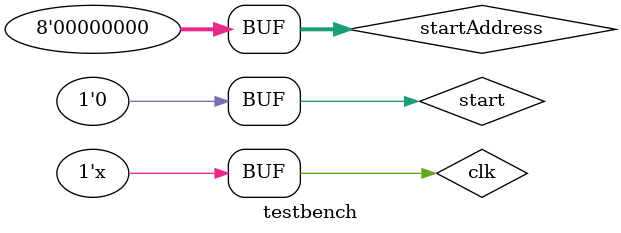
<source format=sv>
module testbench();
// Declare inputs as regs and outputs as wires
reg [7:0] startAddress;
reg clk;
reg start;

// wire [7:0] currentpc;

// Initialize all variables
initial begin        
	clk = 1;       // initial value of clock
	start = 1;  	// initial value of reset
	startAddress = 0;     // initial value of wenable
	
	#10  start = 1;    // use reset to set pc to 0
	#10  start = 0;    // end of reset pulse.
	#10      // wait a cycle, make sure the PC doesn't change
	#10
	#10  
	#10
	#10
	#10
	#10
	#10
	#10
	#10
	#10
	#10
	#10
	#10
	#10
	#10
	#10
	#10
	#10
	#10
	#10
	#10
	#10
	#10
	#10
	#10
	#10
	#10
	#10
	#10  start = 0;

 end

// Clock generator
always begin
   #1  clk = ~clk; // Toggle clock every 5 ticks
						// this makes the clock cycle 10 ticks
end

// the following creates an instance of our program_counter register.
//   I copied this code verbatim from the walkthough.v that was
//   generated by Quartus when I created the .v file from the .bdf.


busmux_0	b2v_bm1(
	.sel(SYNTHESIZED_WIRE_26),
	.dataa(SYNTHESIZED_WIRE_1),
	.datab(SYNTHESIZED_WIRE_2),
	.result(SYNTHESIZED_WIRE_16));


busmux_1	b2v_bm2(
	.sel(SYNTHESIZED_WIRE_3),
	.dataa(SYNTHESIZED_WIRE_4),
	.datab(SYNTHESIZED_WIRE_5),
	.result(SYNTHESIZED_WIRE_10));


instructionROM	b2v_inst(
	.program_counter(SYNTHESIZED_WIRE_27),
	.branchFlag(SYNTHESIZED_WIRE_22),
	.labelFlag(SYNTHESIZED_WIRE_26),
	.immediateFlag(SYNTHESIZED_WIRE_3),
	.signFlag(SYNTHESIZED_WIRE_8),
	.haltFlag(SYNTHESIZED_WIRE_7),
	.instruction(instruction),
	.labelValue(SYNTHESIZED_WIRE_1),
	.opcode(SYNTHESIZED_WIRE_11),
	.rd(SYNTHESIZED_WIRE_18),
	.rs(SYNTHESIZED_WIRE_19),
	.rt(SYNTHESIZED_WIRE_20),
	.value(SYNTHESIZED_WIRE_4));


\21mux 	b2v_inst27(
	.S(SYNTHESIZED_WIRE_7),
	
	.A(clk),
	.Y(SYNTHESIZED_WIRE_28));


alu	b2v_inst29(
	.signFlag(SYNTHESIZED_WIRE_8),
	.input0(SYNTHESIZED_WIRE_9),
	.input1(SYNTHESIZED_WIRE_10),
	.opcode(SYNTHESIZED_WIRE_11),
	.overflowFlag(SYNTHESIZED_WIRE_15),
	.lessThanFlag(SYNTHESIZED_WIRE_23),
	.overflow(SYNTHESIZED_WIRE_17),
	.result(SYNTHESIZED_WIRE_2));


regfile32x8	b2v_inst9(
	.clock(SYNTHESIZED_WIRE_28),
	.regwriteFlag(SYNTHESIZED_WIRE_26),
	.labelFlag(SYNTHESIZED_WIRE_26),
	.overflowFlag(SYNTHESIZED_WIRE_15),
	.dataIn(SYNTHESIZED_WIRE_16),
	.overflowIn(SYNTHESIZED_WIRE_17),
	.rd(SYNTHESIZED_WIRE_18),
	.rs(SYNTHESIZED_WIRE_19),
	.rt(SYNTHESIZED_WIRE_20),
	.branchAddress(SYNTHESIZED_WIRE_25),
	.regA(SYNTHESIZED_WIRE_9),
	.regB(SYNTHESIZED_WIRE_5));


program_counter_logic	b2v_pcl(
	.clk(SYNTHESIZED_WIRE_28),
	.start(start),
	.branch(SYNTHESIZED_WIRE_22),
	.taken(SYNTHESIZED_WIRE_23),
	.inputPC(SYNTHESIZED_WIRE_27),
	.startAddress(startAddress),
	.target(SYNTHESIZED_WIRE_25),
	.outputPC(SYNTHESIZED_WIRE_27));



endmodule
</source>
